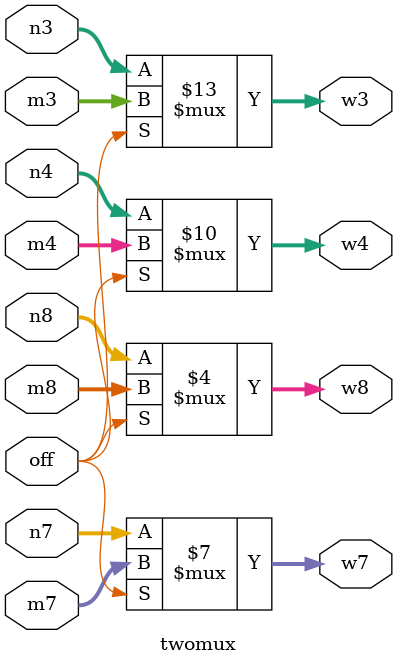
<source format=v>
`timescale 1ns / 1ps
module twomux(off,n3,n4,n7,n8,m3,m4,m7,m8,w3,w4,w7,w8);
input off;
input [3:0] n3,n4,n7,n8,m3,m4,m7,m8;
output [3:0] w4,w3,w7,w8;
reg [3:0] w4,w3,w7,w8;
always @(off)
	if (off==0) begin w3=n3;w4=n4;w7=n7;w8=n8; end
	else begin w3=m3;w4=m4;w7=m7;w8=m8; end


endmodule

</source>
